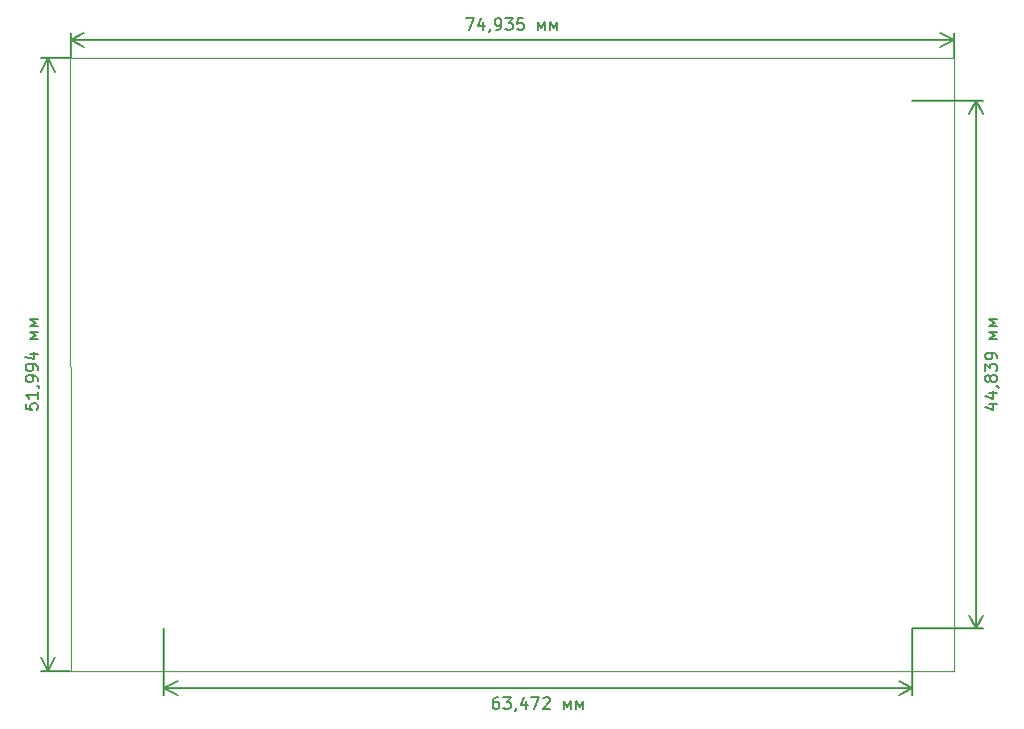
<source format=gbr>
G04 #@! TF.GenerationSoftware,KiCad,Pcbnew,(5.1.5)-3*
G04 #@! TF.CreationDate,2020-11-02T01:39:05+01:00*
G04 #@! TF.ProjectId,LogAn,4c6f6741-6e2e-46b6-9963-61645f706362,rev?*
G04 #@! TF.SameCoordinates,Original*
G04 #@! TF.FileFunction,Other,ECO1*
%FSLAX46Y46*%
G04 Gerber Fmt 4.6, Leading zero omitted, Abs format (unit mm)*
G04 Created by KiCad (PCBNEW (5.1.5)-3) date 2020-11-02 01:39:05*
%MOMM*%
%LPD*%
G04 APERTURE LIST*
%ADD10C,0.150000*%
%ADD11C,0.050000*%
G04 APERTURE END LIST*
D10*
X143714334Y-68233502D02*
X144381000Y-68233502D01*
X143333381Y-68471597D02*
X144047667Y-68709692D01*
X144047667Y-68090645D01*
X143714334Y-67281121D02*
X144381000Y-67281121D01*
X143333381Y-67519216D02*
X144047667Y-67757311D01*
X144047667Y-67138264D01*
X144333381Y-66709692D02*
X144381000Y-66709692D01*
X144476239Y-66757311D01*
X144523858Y-66804930D01*
X143809572Y-66138264D02*
X143761953Y-66233502D01*
X143714334Y-66281121D01*
X143619096Y-66328740D01*
X143571477Y-66328740D01*
X143476239Y-66281121D01*
X143428620Y-66233502D01*
X143381000Y-66138264D01*
X143381000Y-65947788D01*
X143428620Y-65852550D01*
X143476239Y-65804930D01*
X143571477Y-65757311D01*
X143619096Y-65757311D01*
X143714334Y-65804930D01*
X143761953Y-65852550D01*
X143809572Y-65947788D01*
X143809572Y-66138264D01*
X143857191Y-66233502D01*
X143904810Y-66281121D01*
X144000048Y-66328740D01*
X144190524Y-66328740D01*
X144285762Y-66281121D01*
X144333381Y-66233502D01*
X144381000Y-66138264D01*
X144381000Y-65947788D01*
X144333381Y-65852550D01*
X144285762Y-65804930D01*
X144190524Y-65757311D01*
X144000048Y-65757311D01*
X143904810Y-65804930D01*
X143857191Y-65852550D01*
X143809572Y-65947788D01*
X143381000Y-65423978D02*
X143381000Y-64804930D01*
X143761953Y-65138264D01*
X143761953Y-64995407D01*
X143809572Y-64900169D01*
X143857191Y-64852550D01*
X143952429Y-64804930D01*
X144190524Y-64804930D01*
X144285762Y-64852550D01*
X144333381Y-64900169D01*
X144381000Y-64995407D01*
X144381000Y-65281121D01*
X144333381Y-65376359D01*
X144285762Y-65423978D01*
X144381000Y-64328740D02*
X144381000Y-64138264D01*
X144333381Y-64043026D01*
X144285762Y-63995407D01*
X144142905Y-63900169D01*
X143952429Y-63852550D01*
X143571477Y-63852550D01*
X143476239Y-63900169D01*
X143428620Y-63947788D01*
X143381000Y-64043026D01*
X143381000Y-64233502D01*
X143428620Y-64328740D01*
X143476239Y-64376359D01*
X143571477Y-64423978D01*
X143809572Y-64423978D01*
X143904810Y-64376359D01*
X143952429Y-64328740D01*
X144000048Y-64233502D01*
X144000048Y-64043026D01*
X143952429Y-63947788D01*
X143904810Y-63900169D01*
X143809572Y-63852550D01*
X144381000Y-62662073D02*
X143714334Y-62662073D01*
X144238143Y-62376359D01*
X143714334Y-62090645D01*
X144381000Y-62090645D01*
X144381000Y-61614454D02*
X143714334Y-61614454D01*
X144238143Y-61328740D01*
X143714334Y-61043026D01*
X144381000Y-61043026D01*
X142628620Y-87271860D02*
X142628620Y-42433240D01*
X137198100Y-87271860D02*
X143215041Y-87271860D01*
X137198100Y-42433240D02*
X143215041Y-42433240D01*
X142628620Y-42433240D02*
X143215041Y-43559744D01*
X142628620Y-42433240D02*
X142042199Y-43559744D01*
X142628620Y-87271860D02*
X143215041Y-86145356D01*
X142628620Y-87271860D02*
X142042199Y-86145356D01*
X102080862Y-93108102D02*
X101890386Y-93108102D01*
X101795148Y-93155722D01*
X101747529Y-93203341D01*
X101652291Y-93346198D01*
X101604672Y-93536674D01*
X101604672Y-93917626D01*
X101652291Y-94012864D01*
X101699910Y-94060483D01*
X101795148Y-94108102D01*
X101985624Y-94108102D01*
X102080862Y-94060483D01*
X102128481Y-94012864D01*
X102176100Y-93917626D01*
X102176100Y-93679531D01*
X102128481Y-93584293D01*
X102080862Y-93536674D01*
X101985624Y-93489055D01*
X101795148Y-93489055D01*
X101699910Y-93536674D01*
X101652291Y-93584293D01*
X101604672Y-93679531D01*
X102509434Y-93108102D02*
X103128481Y-93108102D01*
X102795148Y-93489055D01*
X102938005Y-93489055D01*
X103033243Y-93536674D01*
X103080862Y-93584293D01*
X103128481Y-93679531D01*
X103128481Y-93917626D01*
X103080862Y-94012864D01*
X103033243Y-94060483D01*
X102938005Y-94108102D01*
X102652291Y-94108102D01*
X102557053Y-94060483D01*
X102509434Y-94012864D01*
X103604672Y-94060483D02*
X103604672Y-94108102D01*
X103557053Y-94203341D01*
X103509434Y-94250960D01*
X104461815Y-93441436D02*
X104461815Y-94108102D01*
X104223719Y-93060483D02*
X103985624Y-93774769D01*
X104604672Y-93774769D01*
X104890386Y-93108102D02*
X105557053Y-93108102D01*
X105128481Y-94108102D01*
X105890386Y-93203341D02*
X105938005Y-93155722D01*
X106033243Y-93108102D01*
X106271338Y-93108102D01*
X106366576Y-93155722D01*
X106414195Y-93203341D01*
X106461815Y-93298579D01*
X106461815Y-93393817D01*
X106414195Y-93536674D01*
X105842767Y-94108102D01*
X106461815Y-94108102D01*
X107652291Y-94108102D02*
X107652291Y-93441436D01*
X107938005Y-93965245D01*
X108223719Y-93441436D01*
X108223719Y-94108102D01*
X108699910Y-94108102D02*
X108699910Y-93441436D01*
X108985624Y-93965245D01*
X109271338Y-93441436D01*
X109271338Y-94108102D01*
X73725837Y-92354452D02*
X137197897Y-92356992D01*
X73726040Y-87271860D02*
X73725813Y-92940873D01*
X137198100Y-87274400D02*
X137197873Y-92943413D01*
X137197897Y-92356992D02*
X136071370Y-92943368D01*
X137197897Y-92356992D02*
X136071417Y-91770526D01*
X73725837Y-92354452D02*
X74852317Y-92940918D01*
X73725837Y-92354452D02*
X74852364Y-91768076D01*
X99338442Y-35452280D02*
X100005108Y-35452280D01*
X99576537Y-36452280D01*
X100814632Y-35785614D02*
X100814632Y-36452280D01*
X100576537Y-35404661D02*
X100338442Y-36118947D01*
X100957489Y-36118947D01*
X101386061Y-36404661D02*
X101386061Y-36452280D01*
X101338442Y-36547519D01*
X101290823Y-36595138D01*
X101862251Y-36452280D02*
X102052727Y-36452280D01*
X102147965Y-36404661D01*
X102195584Y-36357042D01*
X102290823Y-36214185D01*
X102338442Y-36023709D01*
X102338442Y-35642757D01*
X102290823Y-35547519D01*
X102243204Y-35499900D01*
X102147965Y-35452280D01*
X101957489Y-35452280D01*
X101862251Y-35499900D01*
X101814632Y-35547519D01*
X101767013Y-35642757D01*
X101767013Y-35880852D01*
X101814632Y-35976090D01*
X101862251Y-36023709D01*
X101957489Y-36071328D01*
X102147965Y-36071328D01*
X102243204Y-36023709D01*
X102290823Y-35976090D01*
X102338442Y-35880852D01*
X102671775Y-35452280D02*
X103290823Y-35452280D01*
X102957489Y-35833233D01*
X103100346Y-35833233D01*
X103195584Y-35880852D01*
X103243204Y-35928471D01*
X103290823Y-36023709D01*
X103290823Y-36261804D01*
X103243204Y-36357042D01*
X103195584Y-36404661D01*
X103100346Y-36452280D01*
X102814632Y-36452280D01*
X102719394Y-36404661D01*
X102671775Y-36357042D01*
X104195584Y-35452280D02*
X103719394Y-35452280D01*
X103671775Y-35928471D01*
X103719394Y-35880852D01*
X103814632Y-35833233D01*
X104052727Y-35833233D01*
X104147965Y-35880852D01*
X104195584Y-35928471D01*
X104243204Y-36023709D01*
X104243204Y-36261804D01*
X104195584Y-36357042D01*
X104147965Y-36404661D01*
X104052727Y-36452280D01*
X103814632Y-36452280D01*
X103719394Y-36404661D01*
X103671775Y-36357042D01*
X105433680Y-36452280D02*
X105433680Y-35785614D01*
X105719394Y-36309423D01*
X106005108Y-35785614D01*
X106005108Y-36452280D01*
X106481299Y-36452280D02*
X106481299Y-35785614D01*
X106767013Y-36309423D01*
X107052727Y-35785614D01*
X107052727Y-36452280D01*
X140710920Y-37294820D02*
X65775840Y-37304980D01*
X140711130Y-38846735D02*
X140710840Y-36708399D01*
X65776050Y-38856895D02*
X65775760Y-36718559D01*
X65775840Y-37304980D02*
X66902264Y-36718407D01*
X65775840Y-37304980D02*
X66902423Y-37891248D01*
X140710920Y-37294820D02*
X139584337Y-36708552D01*
X140710920Y-37294820D02*
X139584496Y-37881393D01*
X61997820Y-68187026D02*
X61997820Y-68663216D01*
X62474011Y-68710835D01*
X62426392Y-68663216D01*
X62378773Y-68567978D01*
X62378773Y-68329883D01*
X62426392Y-68234645D01*
X62474011Y-68187026D01*
X62569249Y-68139407D01*
X62807344Y-68139407D01*
X62902582Y-68187026D01*
X62950201Y-68234645D01*
X62997820Y-68329883D01*
X62997820Y-68567978D01*
X62950201Y-68663216D01*
X62902582Y-68710835D01*
X62997820Y-67187026D02*
X62997820Y-67758454D01*
X62997820Y-67472740D02*
X61997820Y-67472740D01*
X62140678Y-67567978D01*
X62235916Y-67663216D01*
X62283535Y-67758454D01*
X62950201Y-66710835D02*
X62997820Y-66710835D01*
X63093059Y-66758454D01*
X63140678Y-66806073D01*
X62997820Y-66234645D02*
X62997820Y-66044169D01*
X62950201Y-65948931D01*
X62902582Y-65901312D01*
X62759725Y-65806073D01*
X62569249Y-65758454D01*
X62188297Y-65758454D01*
X62093059Y-65806073D01*
X62045440Y-65853693D01*
X61997820Y-65948931D01*
X61997820Y-66139407D01*
X62045440Y-66234645D01*
X62093059Y-66282264D01*
X62188297Y-66329883D01*
X62426392Y-66329883D01*
X62521630Y-66282264D01*
X62569249Y-66234645D01*
X62616868Y-66139407D01*
X62616868Y-65948931D01*
X62569249Y-65853693D01*
X62521630Y-65806073D01*
X62426392Y-65758454D01*
X62997820Y-65282264D02*
X62997820Y-65091788D01*
X62950201Y-64996550D01*
X62902582Y-64948931D01*
X62759725Y-64853693D01*
X62569249Y-64806073D01*
X62188297Y-64806073D01*
X62093059Y-64853693D01*
X62045440Y-64901312D01*
X61997820Y-64996550D01*
X61997820Y-65187026D01*
X62045440Y-65282264D01*
X62093059Y-65329883D01*
X62188297Y-65377502D01*
X62426392Y-65377502D01*
X62521630Y-65329883D01*
X62569249Y-65282264D01*
X62616868Y-65187026D01*
X62616868Y-64996550D01*
X62569249Y-64901312D01*
X62521630Y-64853693D01*
X62426392Y-64806073D01*
X62331154Y-63948931D02*
X62997820Y-63948931D01*
X61950201Y-64187026D02*
X62664487Y-64425121D01*
X62664487Y-63806073D01*
X62997820Y-62663216D02*
X62331154Y-62663216D01*
X62854963Y-62377502D01*
X62331154Y-62091788D01*
X62997820Y-62091788D01*
X62997820Y-61615597D02*
X62331154Y-61615597D01*
X62854963Y-61329883D01*
X62331154Y-61044169D01*
X62997820Y-61044169D01*
X63847980Y-38856920D02*
X63842900Y-90850720D01*
X65773407Y-38857108D02*
X63261559Y-38856863D01*
X65768327Y-90850908D02*
X63256479Y-90850663D01*
X63842900Y-90850720D02*
X63256589Y-89724159D01*
X63842900Y-90850720D02*
X64429431Y-89724274D01*
X63847980Y-38856920D02*
X63261449Y-39983366D01*
X63847980Y-38856920D02*
X64434291Y-39983481D01*
D11*
X140710920Y-90850720D02*
X65778380Y-90850720D01*
X140716000Y-38854380D02*
X140710920Y-90850720D01*
X65773300Y-38858340D02*
X140716000Y-38854380D01*
X65778380Y-90850720D02*
X65773300Y-38858340D01*
M02*

</source>
